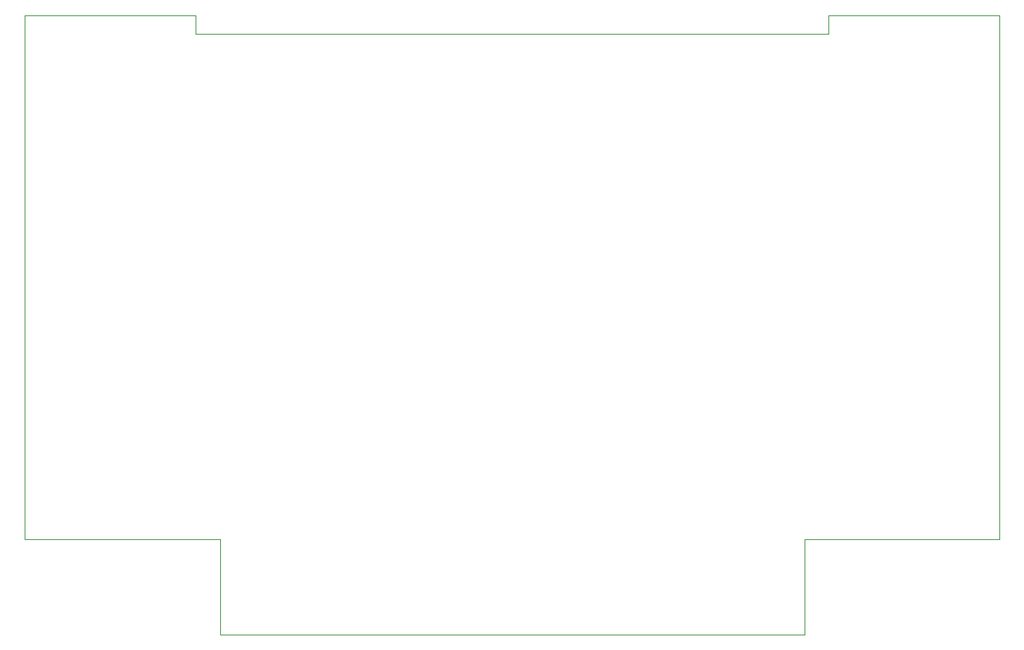
<source format=gbr>
%TF.GenerationSoftware,KiCad,Pcbnew,(6.0.2)*%
%TF.CreationDate,2022-10-24T07:01:04-05:00*%
%TF.ProjectId,N64NP6,4e36344e-5036-42e6-9b69-6361645f7063,rev?*%
%TF.SameCoordinates,Original*%
%TF.FileFunction,Profile,NP*%
%FSLAX46Y46*%
G04 Gerber Fmt 4.6, Leading zero omitted, Abs format (unit mm)*
G04 Created by KiCad (PCBNEW (6.0.2)) date 2022-10-24 07:01:04*
%MOMM*%
%LPD*%
G01*
G04 APERTURE LIST*
%TA.AperFunction,Profile*%
%ADD10C,0.002000*%
%TD*%
G04 APERTURE END LIST*
D10*
X0Y42350000D02*
X0Y100000000D01*
X88450000Y100000000D02*
X107250000Y100000000D01*
X85827000Y31850000D02*
X21507000Y31850000D01*
X21507000Y31850000D02*
X21507000Y42350000D01*
X18800000Y98000000D02*
X88450000Y98000000D01*
X85827000Y31850000D02*
X85827000Y42350000D01*
X0Y100000000D02*
X18800000Y100000000D01*
X18800000Y98000000D02*
X18800000Y100000000D01*
X107250000Y42350000D02*
X85827000Y42350000D01*
X21507000Y42350000D02*
X0Y42350000D01*
X107250000Y100000000D02*
X107250000Y42350000D01*
X88450000Y98000000D02*
X88450000Y100000000D01*
M02*

</source>
